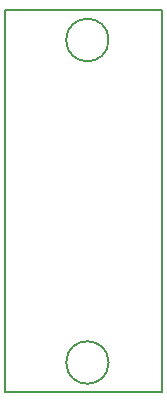
<source format=gm1>
G04 #@! TF.FileFunction,Profile,NP*
%FSLAX46Y46*%
G04 Gerber Fmt 4.6, Leading zero omitted, Abs format (unit mm)*
G04 Created by KiCad (PCBNEW 4.0.4-stable) date 09/17/17 12:52:23*
%MOMM*%
%LPD*%
G01*
G04 APERTURE LIST*
%ADD10C,0.100000*%
%ADD11C,0.150000*%
G04 APERTURE END LIST*
D10*
D11*
X146685000Y-134620000D02*
X146685000Y-133985000D01*
X160020000Y-134620000D02*
X146685000Y-134620000D01*
X146685000Y-102235000D02*
X146685000Y-133985000D01*
X160020000Y-102235000D02*
X146685000Y-102235000D01*
X155466051Y-104775000D02*
G75*
G03X155466051Y-104775000I-1796051J0D01*
G01*
X160020000Y-102870000D02*
X160020000Y-102235000D01*
X155466051Y-132080000D02*
G75*
G03X155466051Y-132080000I-1796051J0D01*
G01*
X160020000Y-102870000D02*
X160020000Y-134620000D01*
M02*

</source>
